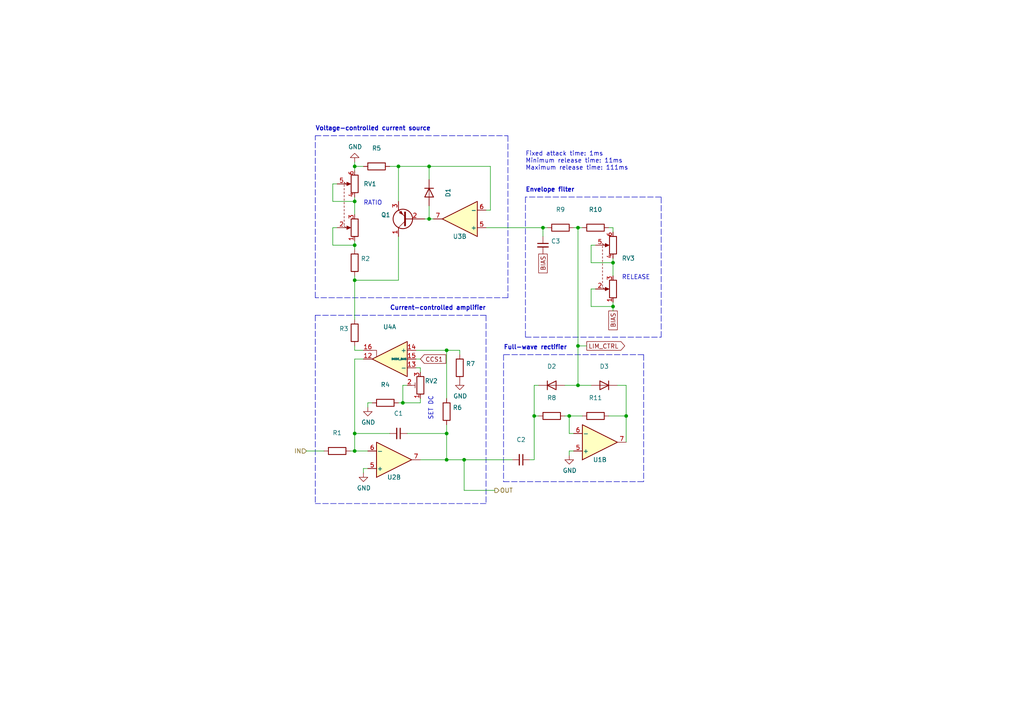
<source format=kicad_sch>
(kicad_sch (version 20211123) (generator eeschema)
  (paper "A4")
  (title_block (title "D4 Damager") (date "2021-01-08") (rev "1") (company "Copyright © 2020 Tarot Systems"))
  (lib_symbols
    (symbol "Amplifier_Operational:LM13700" (pin_names (offset 0.127))
      (property "Reference" "U" (at 3.81 5.08 0))
      (property "Value" "LM13700" (at 5.08 -5.08 0))
      (symbol "LM13700_1_1"
        (polyline (pts (xy 3.81 -0.635) (xy 3.81 -2.54) (xy 5.08 -2.54)))
        (polyline (pts (xy 5.08 0) (xy -5.08 -5.08) (xy -5.08 5.08) (xy 5.08 0)) (stroke (width 0.254)) (fill (type background)))
        (pin output line (at 7.62 0 180) (length 2.54) (name "~") (number "12"))
        (pin input line (at -7.62 2.54 0) (length 2.54) (name "-") (number "13"))
        (pin input line (at -7.62 -2.54 0) (length 2.54) (name "+") (number "14"))
        (pin input line (at -7.62 0 0) (length 2.54) (name "DIODE_BIAS") (number "15"))
        (pin input line (at 7.62 -2.54 180) (length 2.54) (name "~") (number "16"))
      )
      (symbol "LM13700_2_0"
        (polyline (pts (xy -1.905 2.54) (xy -3.175 2.54)))
      )
      (symbol "LM13700_2_1"
        (circle (center -2.54 1.905) (radius 0.254) (stroke (width 0.254)) (fill (type outline)))
        (polyline (pts (xy -3.81 -0.635) (xy -2.54 -1.27)))
        (polyline (pts (xy -3.81 1.27) (xy -3.81 -1.27)))
        (polyline (pts (xy -2.54 -1.905) (xy -1.27 -2.54)))
        (polyline (pts (xy -2.54 0) (xy -2.54 -2.54)))
        (polyline (pts (xy -3.81 0.635) (xy -2.54 1.27) (xy -2.54 1.905) (xy -2.54 2.54)))
        (polyline (pts (xy -2.54 -1.27) (xy -3.175 -0.635) (xy -3.175 -1.27) (xy -2.54 -1.27)) (fill (type outline)))
        (polyline (pts (xy -2.54 -0.635) (xy -1.27 0) (xy -1.27 1.905) (xy -2.54 1.905)))
        (polyline (pts (xy -1.27 -2.54) (xy -1.905 -1.905) (xy -1.905 -2.54) (xy -1.27 -2.54)) (fill (type outline)))
        (text "V+" (at -2.54 3.81 0) (effects (font (size 1.27 1.27))))
        (pin input line (at -7.62 0 0) (length 3.81) (name "~") (number "10"))
        (pin output line (at 2.54 -2.54 180) (length 3.81) (name "~") (number "9"))
      )
      (symbol "LM13700_3_1"
        (polyline (pts (xy 3.81 -0.635) (xy 3.81 -2.54) (xy 5.08 -2.54)))
        (polyline (pts (xy 5.08 0) (xy -5.08 -5.08) (xy -5.08 5.08) (xy 5.08 0)) (stroke (width 0.254)) (fill (type background)))
        (pin input line (at 7.62 -2.54 180) (length 2.54) (name "~") (number "1"))
        (pin input line (at -7.62 0 0) (length 2.54) (name "DIODE_BIAS") (number "2"))
        (pin input line (at -7.62 -2.54 0) (length 2.54) (name "+") (number "3"))
        (pin input line (at -7.62 2.54 0) (length 2.54) (name "-") (number "4"))
        (pin output line (at 7.62 0 180) (length 2.54) (name "~") (number "5"))
      )
      (symbol "LM13700_4_0"
        (polyline (pts (xy -3.175 2.54) (xy -1.905 2.54)))
        (text "V+" (at -2.54 3.81 0) (effects (font (size 1.27 1.27))))
      )
      (symbol "LM13700_4_1"
        (circle (center -2.54 1.905) (radius 0.254) (stroke (width 0.254)) (fill (type outline)))
        (polyline (pts (xy -3.81 -0.635) (xy -2.54 -1.27)))
        (polyline (pts (xy -3.81 1.27) (xy -3.81 -1.27)))
        (polyline (pts (xy -2.54 -1.905) (xy -1.27 -2.54)))
        (polyline (pts (xy -2.54 0) (xy -2.54 -2.54)))
        (polyline (pts (xy -3.81 0.635) (xy -2.54 1.27) (xy -2.54 2.54)))
        (polyline (pts (xy -2.54 -1.27) (xy -3.175 -0.635) (xy -3.175 -1.27) (xy -2.54 -1.27)) (fill (type outline)))
        (polyline (pts (xy -2.54 -0.635) (xy -1.27 0) (xy -1.27 1.905) (xy -2.54 1.905)))
        (polyline (pts (xy -1.27 -2.54) (xy -1.905 -1.905) (xy -1.905 -2.54) (xy -1.27 -2.54)) (fill (type outline)))
        (pin input line (at -7.62 0 0) (length 3.81) (name "~") (number "7"))
        (pin output line (at 2.54 -2.54 180) (length 3.81) (name "~") (number "8"))
      )
      (symbol "LM13700_5_1"
        (pin power_in line (at -2.54 7.62 270) (length 3.81) (name "V+") (number "11"))
        (pin power_in line (at -2.54 -7.62 90) (length 3.81) (name "V-") (number "6"))
      )
    )
    (symbol "Amplifier_Operational:TL072" (pin_names (offset 0.127))
      (property "Reference" "U" (at 0 5.08 0))
      (property "Value" "TL072" (at 0 -5.08 0))
      (symbol "TL072_1_1"
        (polyline (pts (xy -5.08 5.08) (xy 5.08 0) (xy -5.08 -5.08) (xy -5.08 5.08)) (stroke (width 0.254)) (fill (type background)))
        (pin output line (at 7.62 0 180) (length 2.54) (name "~") (number "1"))
        (pin input line (at -7.62 -2.54 0) (length 2.54) (name "-") (number "2"))
        (pin input line (at -7.62 2.54 0) (length 2.54) (name "+") (number "3"))
      )
      (symbol "TL072_2_1"
        (polyline (pts (xy -5.08 5.08) (xy 5.08 0) (xy -5.08 -5.08) (xy -5.08 5.08)) (stroke (width 0.254)) (fill (type background)))
        (pin input line (at -7.62 2.54 0) (length 2.54) (name "+") (number "5"))
        (pin input line (at -7.62 -2.54 0) (length 2.54) (name "-") (number "6"))
        (pin output line (at 7.62 0 180) (length 2.54) (name "~") (number "7"))
      )
      (symbol "TL072_3_1"
        (pin power_in line (at -2.54 -7.62 90) (length 3.81) (name "V-") (number "4"))
        (pin power_in line (at -2.54 7.62 270) (length 3.81) (name "V+") (number "8"))
      )
    )
    (symbol "Device:C_Small" (pin_numbers hide) (pin_names (offset 0.254) hide)
      (property "Reference" "C" (at 0.254 1.778 0))
      (property "Value" "C_Small" (at 0.254 -2.032 0))
      (symbol "C_Small_0_1"
        (polyline (pts (xy -1.524 -0.508) (xy 1.524 -0.508)) (stroke (width 0.3302)))
        (polyline (pts (xy -1.524 0.508) (xy 1.524 0.508)) (stroke (width 0.3048)))
      )
      (symbol "C_Small_1_1"
        (pin passive line (at 0 2.54 270) (length 2.032) (name "~") (number "1"))
        (pin passive line (at 0 -2.54 90) (length 2.032) (name "~") (number "2"))
      )
    )
    (symbol "Device:R" (pin_numbers hide) (pin_names (offset 0))
      (property "Reference" "R" (at 2.032 0 90))
      (property "Value" "R" (at 0 0 90))
      (symbol "R_0_1"
        (rectangle (start -1.016 -2.54) (end 1.016 2.54) (stroke (width 0.254)))
      )
      (symbol "R_1_1"
        (pin passive line (at 0 3.81 270) (length 1.27) (name "~") (number "1"))
        (pin passive line (at 0 -3.81 90) (length 1.27) (name "~") (number "2"))
      )
    )
    (symbol "Diode:1N4148" (pin_numbers hide) (pin_names (offset 1.016) hide)
      (property "Reference" "D" (at 0 2.54 0))
      (property "Value" "1N4148" (at 0 -2.54 0))
      (symbol "1N4148_0_1"
        (polyline (pts (xy -1.27 1.27) (xy -1.27 -1.27)) (stroke (width 0.254)))
        (polyline (pts (xy 1.27 0) (xy -1.27 0)))
        (polyline (pts (xy 1.27 1.27) (xy 1.27 -1.27) (xy -1.27 0) (xy 1.27 1.27)) (stroke (width 0.254)))
      )
      (symbol "1N4148_1_1"
        (pin passive line (at -3.81 0 0) (length 2.54) (name "K") (number "1"))
        (pin passive line (at 3.81 0 180) (length 2.54) (name "A") (number "2"))
      )
    )
    (symbol "Transistor_BJT:BC556" (pin_names (offset 0) hide)
      (property "Reference" "Q" (at 5.08 1.905 0))
      (property "Value" "BC556" (at 5.08 0 0))
      (symbol "BC556_0_1"
        (polyline (pts (xy 0.635 0.635) (xy 2.54 2.54)))
        (polyline (pts (xy 0.635 -0.635) (xy 2.54 -2.54) (xy 2.54 -2.54)))
        (polyline (pts (xy 0.635 1.905) (xy 0.635 -1.905) (xy 0.635 -1.905)) (stroke (width 0.508)))
        (polyline (pts (xy 2.286 -1.778) (xy 1.778 -2.286) (xy 1.27 -1.27) (xy 2.286 -1.778) (xy 2.286 -1.778)) (fill (type outline)))
        (circle (center 1.27 0) (radius 2.8194) (stroke (width 0.254)))
      )
      (symbol "BC556_1_1"
        (pin passive line (at 2.54 5.08 270) (length 2.54) (name "C") (number "1"))
        (pin input line (at -5.08 0 0) (length 5.715) (name "B") (number "2"))
        (pin passive line (at 2.54 -5.08 90) (length 2.54) (name "E") (number "3"))
      )
    )
    (symbol "amproc-rescue:R_POT_Dual-Device" (pin_names (offset 1.016) hide)
      (property "Reference" "RV" (at 0 3.81 0))
      (property "Value" "R_POT_Dual-Device" (at 0 1.905 0))
      (symbol "R_POT_Dual-Device_0_1"
        (rectangle (start -8.89 -1.524) (end -3.81 -3.556) (stroke (width 0.254)))
        (polyline (pts (xy -6.35 0) (xy -6.35 -1.016)))
        (polyline (pts (xy -6.35 0) (xy -6.35 -1.016)))
        (polyline (pts (xy -6.35 0) (xy -5.842 0.508)))
        (polyline (pts (xy -5.588 0.508) (xy -5.08 0.508)))
        (polyline (pts (xy -4.572 0.508) (xy -4.064 0.508)))
        (polyline (pts (xy -3.556 0.508) (xy -3.048 0.508)))
        (polyline (pts (xy -2.54 0.508) (xy -2.032 0.508)))
        (polyline (pts (xy -1.524 0.508) (xy -1.016 0.508)))
        (polyline (pts (xy -0.508 0.508) (xy 0 0.508)))
        (polyline (pts (xy 0.508 0.508) (xy 1.016 0.508)))
        (polyline (pts (xy 1.524 0.508) (xy 2.032 0.508)))
        (polyline (pts (xy 2.54 0.508) (xy 3.048 0.508)))
        (polyline (pts (xy 3.556 0.508) (xy 4.064 0.508)))
        (polyline (pts (xy 4.572 0.508) (xy 5.08 0.508)))
        (polyline (pts (xy 5.588 0.508) (xy 6.096 0.508)))
        (polyline (pts (xy 6.35 0) (xy 6.35 -1.016)))
        (polyline (pts (xy 6.35 0) (xy 6.35 -1.016)))
        (polyline (pts (xy 6.604 0.508) (xy 6.858 0.508) (xy 6.35 0)))
        (polyline (pts (xy -6.35 -1.397) (xy -6.858 -0.254) (xy -5.842 -0.254) (xy -6.35 -1.397)) (fill (type outline)))
        (polyline (pts (xy 6.35 -1.397) (xy 5.842 -0.254) (xy 6.858 -0.254) (xy 6.35 -1.397)) (fill (type outline)))
        (rectangle (start 3.81 -1.524) (end 8.89 -3.556) (stroke (width 0.254)))
      )
      (symbol "R_POT_Dual-Device_1_1"
        (pin passive line (at -10.16 -2.54 0) (length 1.27) (name "1") (number "1"))
        (pin passive line (at -6.35 2.54 270) (length 2.54) (name "2") (number "2"))
        (pin passive line (at -2.54 -2.54 180) (length 1.27) (name "3") (number "3"))
        (pin passive line (at 2.54 -2.54 0) (length 1.27) (name "4") (number "4"))
        (pin passive line (at 6.35 2.54 270) (length 2.54) (name "5") (number "5"))
        (pin passive line (at 10.16 -2.54 180) (length 1.27) (name "6") (number "6"))
      )
    )
    (symbol "amproc-rescue:R_POT_TRIM-Device" (pin_names (offset 1.016) hide)
      (property "Reference" "RV" (at -4.445 0 90))
      (property "Value" "R_POT_TRIM-Device" (at -2.54 0 90))
      (symbol "R_POT_TRIM-Device_0_1"
        (polyline (pts (xy 1.524 0.762) (xy 1.524 -0.762)))
        (polyline (pts (xy 2.54 0) (xy 1.524 0)))
        (rectangle (start 1.016 2.54) (end -1.016 -2.54) (stroke (width 0.254)))
      )
      (symbol "R_POT_TRIM-Device_1_1"
        (pin passive line (at 0 3.81 270) (length 1.27) (name "1") (number "1"))
        (pin passive line (at 3.81 0 180) (length 1.27) (name "2") (number "2"))
        (pin passive line (at 0 -3.81 90) (length 1.27) (name "3") (number "3"))
      )
    )
    (symbol "power:GND" (power) (pin_names (offset 0))
      (property "Value" "GND" (at 0 -3.81 0))
      (symbol "GND_0_1"
        (polyline (pts (xy 0 0) (xy 0 -1.27) (xy 1.27 -1.27) (xy 0 -2.54) (xy -1.27 -1.27) (xy 0 -1.27)))
      )
      (symbol "GND_1_1"
        (pin power_in line (at 0 0 270) (length 0) hide (name "GND") (number "1"))
      )
    )
  )
  (junction (at 102.87 71.12))
  (junction (at 167.64 100.33))
  (junction (at 102.87 48.26))
  (junction (at 116.84 116.84))
  (junction (at 129.54 133.35))
  (junction (at 157.48 66.04))
  (junction (at 177.8 76.2))
  (junction (at 165.1 120.65))
  (junction (at 129.54 101.6))
  (junction (at 134.62 133.35))
  (junction (at 102.87 81.28))
  (junction (at 181.61 120.65))
  (junction (at 177.8 88.9))
  (junction (at 154.94 120.65))
  (junction (at 124.46 48.26))
  (junction (at 167.64 66.04))
  (junction (at 102.87 125.73))
  (junction (at 124.46 63.5))
  (junction (at 129.54 125.73))
  (junction (at 102.87 58.42))
  (junction (at 167.64 111.76))
  (junction (at 115.57 48.26))
  (junction (at 102.87 130.81))
  (wire (pts (xy 102.87 62.23) (xy 102.87 58.42)))
  (wire (pts (xy 129.54 123.19) (xy 129.54 125.73)))
  (wire (pts (xy 167.64 66.04) (xy 166.37 66.04)))
  (wire (pts (xy 168.91 120.65) (xy 165.1 120.65)))
  (wire (pts (xy 101.6 130.81) (xy 102.87 130.81)))
  (wire (pts (xy 171.45 71.12) (xy 172.72 71.12)))
  (wire (pts (xy 167.64 100.33) (xy 167.64 111.76)))
  (wire (pts (xy 170.18 100.33) (xy 167.64 100.33)))
  (wire (pts (xy 154.94 120.65) (xy 154.94 133.35)))
  (wire (pts (xy 158.75 66.04) (xy 157.48 66.04)))
  (wire (pts (xy 154.94 120.65) (xy 156.21 120.65)))
  (wire (pts (xy 171.45 83.82) (xy 172.72 83.82)))
  (wire (pts (xy 102.87 104.14) (xy 105.41 104.14)))
  (polyline (pts (xy 91.44 91.44) (xy 91.44 146.05)))
  (wire (pts (xy 102.87 71.12) (xy 102.87 72.39)))
  (polyline (pts (xy 147.32 86.36) (xy 91.44 86.36)))
  (wire (pts (xy 115.57 68.58) (xy 115.57 81.28)))
  (polyline (pts (xy 140.97 91.44) (xy 91.44 91.44)))
  (polyline (pts (xy 186.69 102.87) (xy 186.69 139.7)))
  (wire (pts (xy 167.64 66.04) (xy 168.91 66.04)))
  (wire (pts (xy 121.92 116.84) (xy 116.84 116.84)))
  (wire (pts (xy 181.61 111.76) (xy 181.61 120.65)))
  (wire (pts (xy 102.87 48.26) (xy 102.87 49.53)))
  (polyline (pts (xy 191.77 97.79) (xy 191.77 57.15)))
  (wire (pts (xy 121.92 104.14) (xy 120.65 104.14)))
  (wire (pts (xy 102.87 46.99) (xy 102.87 48.26)))
  (wire (pts (xy 129.54 125.73) (xy 129.54 133.35)))
  (wire (pts (xy 154.94 133.35) (xy 153.67 133.35)))
  (wire (pts (xy 163.83 111.76) (xy 167.64 111.76)))
  (wire (pts (xy 157.48 66.04) (xy 140.97 66.04)))
  (wire (pts (xy 121.92 106.68) (xy 121.92 107.95)))
  (wire (pts (xy 124.46 63.5) (xy 125.73 63.5)))
  (wire (pts (xy 167.64 111.76) (xy 171.45 111.76)))
  (wire (pts (xy 118.11 125.73) (xy 129.54 125.73)))
  (wire (pts (xy 148.59 133.35) (xy 134.62 133.35)))
  (polyline (pts (xy 140.97 91.44) (xy 140.97 146.05)))
  (wire (pts (xy 177.8 66.04) (xy 176.53 66.04)))
  (wire (pts (xy 115.57 58.42) (xy 115.57 48.26)))
  (wire (pts (xy 177.8 76.2) (xy 171.45 76.2)))
  (polyline (pts (xy 91.44 39.37) (xy 147.32 39.37)))
  (wire (pts (xy 177.8 74.93) (xy 177.8 76.2)))
  (wire (pts (xy 102.87 81.28) (xy 102.87 92.71)))
  (polyline (pts (xy 191.77 57.15) (xy 152.4 57.15)))
  (polyline (pts (xy 147.32 39.37) (xy 147.32 86.36)))
  (wire (pts (xy 116.84 116.84) (xy 116.84 111.76)))
  (wire (pts (xy 121.92 115.57) (xy 121.92 116.84)))
  (wire (pts (xy 134.62 142.24) (xy 143.51 142.24)))
  (wire (pts (xy 166.37 130.81) (xy 165.1 130.81)))
  (wire (pts (xy 171.45 76.2) (xy 171.45 71.12)))
  (wire (pts (xy 134.62 133.35) (xy 134.62 142.24)))
  (wire (pts (xy 177.8 88.9) (xy 177.8 87.63)))
  (wire (pts (xy 96.52 71.12) (xy 96.52 66.04)))
  (wire (pts (xy 107.95 116.84) (xy 106.68 116.84)))
  (wire (pts (xy 124.46 48.26) (xy 142.24 48.26)))
  (polyline (pts (xy 152.4 57.15) (xy 152.4 97.79)))
  (wire (pts (xy 102.87 71.12) (xy 102.87 69.85)))
  (wire (pts (xy 96.52 58.42) (xy 96.52 53.34)))
  (wire (pts (xy 106.68 116.84) (xy 106.68 118.11)))
  (wire (pts (xy 96.52 53.34) (xy 97.79 53.34)))
  (wire (pts (xy 88.9 130.81) (xy 93.98 130.81)))
  (wire (pts (xy 102.87 58.42) (xy 96.52 58.42)))
  (wire (pts (xy 102.87 58.42) (xy 102.87 57.15)))
  (wire (pts (xy 129.54 115.57) (xy 129.54 101.6)))
  (wire (pts (xy 106.68 135.89) (xy 105.41 135.89)))
  (wire (pts (xy 96.52 66.04) (xy 97.79 66.04)))
  (wire (pts (xy 129.54 101.6) (xy 133.35 101.6)))
  (wire (pts (xy 177.8 90.17) (xy 177.8 88.9)))
  (wire (pts (xy 124.46 52.07) (xy 124.46 48.26)))
  (wire (pts (xy 156.21 111.76) (xy 154.94 111.76)))
  (wire (pts (xy 102.87 125.73) (xy 102.87 130.81)))
  (polyline (pts (xy 146.05 102.87) (xy 146.05 139.7)))
  (wire (pts (xy 129.54 101.6) (xy 120.65 101.6)))
  (wire (pts (xy 166.37 125.73) (xy 165.1 125.73)))
  (wire (pts (xy 177.8 76.2) (xy 177.8 80.01)))
  (wire (pts (xy 102.87 81.28) (xy 102.87 80.01)))
  (wire (pts (xy 102.87 101.6) (xy 102.87 100.33)))
  (wire (pts (xy 120.65 106.68) (xy 121.92 106.68)))
  (polyline (pts (xy 91.44 86.36) (xy 91.44 39.37)))
  (wire (pts (xy 142.24 60.96) (xy 142.24 48.26)))
  (wire (pts (xy 179.07 111.76) (xy 181.61 111.76)))
  (wire (pts (xy 121.92 133.35) (xy 129.54 133.35)))
  (wire (pts (xy 171.45 88.9) (xy 171.45 83.82)))
  (polyline (pts (xy 186.69 102.87) (xy 146.05 102.87)))
  (wire (pts (xy 116.84 111.76) (xy 118.11 111.76)))
  (wire (pts (xy 105.41 135.89) (xy 105.41 137.16)))
  (wire (pts (xy 123.19 63.5) (xy 124.46 63.5)))
  (wire (pts (xy 113.03 125.73) (xy 102.87 125.73)))
  (wire (pts (xy 181.61 120.65) (xy 181.61 128.27)))
  (wire (pts (xy 133.35 101.6) (xy 133.35 102.87)))
  (wire (pts (xy 140.97 60.96) (xy 142.24 60.96)))
  (wire (pts (xy 105.41 48.26) (xy 102.87 48.26)))
  (wire (pts (xy 177.8 66.04) (xy 177.8 67.31)))
  (wire (pts (xy 113.03 48.26) (xy 115.57 48.26)))
  (polyline (pts (xy 140.97 146.05) (xy 91.44 146.05)))
  (wire (pts (xy 157.48 66.04) (xy 157.48 68.58)))
  (polyline (pts (xy 152.4 97.79) (xy 191.77 97.79)))
  (wire (pts (xy 115.57 48.26) (xy 124.46 48.26)))
  (wire (pts (xy 176.53 120.65) (xy 181.61 120.65)))
  (wire (pts (xy 102.87 71.12) (xy 96.52 71.12)))
  (wire (pts (xy 124.46 59.69) (xy 124.46 63.5)))
  (wire (pts (xy 102.87 104.14) (xy 102.87 125.73)))
  (wire (pts (xy 106.68 130.81) (xy 102.87 130.81)))
  (polyline (pts (xy 146.05 139.7) (xy 186.69 139.7)))
  (wire (pts (xy 167.64 66.04) (xy 167.64 100.33)))
  (wire (pts (xy 129.54 133.35) (xy 134.62 133.35)))
  (wire (pts (xy 102.87 101.6) (xy 105.41 101.6)))
  (wire (pts (xy 165.1 120.65) (xy 165.1 125.73)))
  (wire (pts (xy 154.94 111.76) (xy 154.94 120.65)))
  (wire (pts (xy 115.57 81.28) (xy 102.87 81.28)))
  (wire (pts (xy 177.8 88.9) (xy 171.45 88.9)))
  (wire (pts (xy 165.1 130.81) (xy 165.1 132.08)))
  (wire (pts (xy 116.84 116.84) (xy 115.57 116.84)))
  (wire (pts (xy 165.1 120.65) (xy 163.83 120.65)))
  (text "RATIO" (at 105.41 59.69 0) (effects (font (size 1.27 1.27)) (justify left bottom)))
  (text "SET DC" (at 125.73 121.92 90) (effects (font (size 1.27 1.27)) (justify left bottom)))
  (text "RELEASE" (at 180.34 81.28 0) (effects (font (size 1.27 1.27)) (justify left bottom)))
  (text "Fixed attack time: 1ms\nMinimum release time: 11ms\nMaximum release time: 111ms" (at 152.4 49.53 0) (effects (font (size 1.27 1.27)) (justify left bottom)))
  (text "Full-wave rectifier" (at 146.05 101.6 0) (effects (font (size 1.27 1.27) (thickness 0.254) bold) (justify left bottom)))
  (text "Voltage-controlled current source" (at 91.44 38.1 0) (effects (font (size 1.27 1.27) (thickness 0.254) bold) (justify left bottom)))
  (text "Envelope filter" (at 152.4 55.88 0) (effects (font (size 1.27 1.27) (thickness 0.254) bold) (justify left bottom)))
  (text "Current-controlled amplifier" (at 140.97 90.17 180) (effects (font (size 1.27 1.27) (thickness 0.254) bold) (justify right bottom)))
  (global_label "LIM_CTRL" (shape output) (at 170.18 100.33 0) (property "Intersheet References" "${INTERSHEET_REFS}" (effects hide)))
  (global_label "BIAS" (shape passive) (at 177.8 90.17 270) (property "Intersheet References" "${INTERSHEET_REFS}" (effects hide)))
  (global_label "CCS1" (shape input) (at 121.92 104.14 0) (property "Intersheet References" "${INTERSHEET_REFS}" (effects hide)))
  (global_label "BIAS" (shape passive) (at 157.48 73.66 270) (property "Intersheet References" "${INTERSHEET_REFS}" (effects hide)))
  (hierarchical_label "IN" (shape input) (at 88.9 130.81 180))
  (hierarchical_label "OUT" (shape output) (at 143.51 142.24 0))
  (symbol (lib_id "Amplifier_Operational:LM13700") (at 113.03 104.14 180) (unit 1)
    (property "Reference" "U4" (at 113.03 94.8182 0))
    (property "Datasheet" "http://www.ti.com/lit/ds/symlink/lm13700.pdf" (effects hide))
  )
  (symbol (lib_id "amproc-rescue:R_POT_TRIM-Device") (at 121.92 111.76 180) (unit 1)
    (property "Reference" "RV2" (at 123.19 110.49 0) (effects (justify right)))
  )
  (symbol (lib_id "Device:R") (at 111.76 116.84 270) (unit 1)
    (property "Reference" "R4" (at 111.76 111.5822 90))
  )
  (symbol (lib_id "power:GND") (at 106.68 118.11 0) (unit 1)
    (property "Reference" "#PWR03" (effects hide))
  )
  (symbol (lib_id "Device:R") (at 133.35 106.68 0) (unit 1)
    (property "Reference" "R7" (at 135.128 105.5116 0) (effects (justify left)))
  )
  (symbol (lib_id "power:GND") (at 133.35 110.49 0) (unit 1)
    (property "Reference" "#PWR04" (effects hide))
  )
  (symbol (lib_id "Device:R") (at 129.54 119.38 0) (unit 1)
    (property "Reference" "R6" (at 131.318 118.2116 0) (effects (justify left)))
  )
  (symbol (lib_id "Amplifier_Operational:TL072") (at 114.3 133.35 0) (mirror x) (unit 2)
    (property "Reference" "U2" (at 114.3 138.43 0))
    (property "Datasheet" "http://www.ti.com/lit/ds/symlink/tl071.pdf" (effects hide))
  )
  (symbol (lib_id "power:GND") (at 105.41 137.16 0) (unit 1)
    (property "Reference" "#PWR02" (effects hide))
  )
  (symbol (lib_id "Device:C_Small") (at 115.57 125.73 270) (unit 1)
    (property "Reference" "C1" (at 115.57 119.9134 90))
  )
  (symbol (lib_id "Transistor_BJT:BC556") (at 118.11 63.5 180) (unit 1)
    (property "Reference" "Q1" (at 113.2586 62.3316 0) (effects (justify left)))
    (property "Datasheet" "http://www.fairchildsemi.com/ds/BC/BC557.pdf" (effects hide))
  )
  (symbol (lib_id "Diode:1N4148") (at 124.46 55.88 270) (unit 1)
    (property "Reference" "D1" (at 129.9464 55.88 0))
    (property "Datasheet" "https://assets.nexperia.com/documents/data-sheet/1N4148_1N4448.pdf" (effects hide))
  )
  (symbol (lib_id "power:GND") (at 102.87 46.99 0) (mirror x) (unit 1)
    (property "Reference" "#PWR01" (effects hide))
  )
  (symbol (lib_id "Amplifier_Operational:TL072") (at 133.35 63.5 180) (unit 2)
    (property "Reference" "U3" (at 133.35 68.58 0))
    (property "Datasheet" "http://www.ti.com/lit/ds/symlink/tl071.pdf" (effects hide))
  )
  (symbol (lib_id "Device:R") (at 102.87 96.52 0) (unit 1)
    (property "Reference" "R3" (at 101.092 95.3516 0) (effects (justify right)))
  )
  (symbol (lib_id "Device:C_Small") (at 157.48 71.12 0) (unit 1)
    (property "Reference" "C3" (at 159.8168 69.9516 0) (effects (justify left)))
  )
  (symbol (lib_id "Device:R") (at 162.56 66.04 270) (unit 1)
    (property "Reference" "R9" (at 162.56 60.7822 90))
  )
  (symbol (lib_id "Device:R") (at 172.72 66.04 270) (unit 1)
    (property "Reference" "R10" (at 172.72 60.7822 90))
  )
  (symbol (lib_id "Amplifier_Operational:TL072") (at 173.99 128.27 0) (mirror x) (unit 2)
    (property "Reference" "U1" (at 173.99 133.35 0))
    (property "Datasheet" "http://www.ti.com/lit/ds/symlink/tl071.pdf" (effects hide))
  )
  (symbol (lib_id "power:GND") (at 165.1 132.08 0) (unit 1)
    (property "Reference" "#PWR06" (effects hide))
  )
  (symbol (lib_id "Device:R") (at 172.72 120.65 270) (unit 1)
    (property "Reference" "R11" (at 172.72 115.3922 90))
  )
  (symbol (lib_id "Device:R") (at 160.02 120.65 270) (unit 1)
    (property "Reference" "R8" (at 160.02 115.3922 90))
  )
  (symbol (lib_id "Diode:1N4148") (at 160.02 111.76 0) (unit 1)
    (property "Reference" "D2" (at 160.02 106.2736 0))
    (property "Datasheet" "https://assets.nexperia.com/documents/data-sheet/1N4148_1N4448.pdf" (effects hide))
  )
  (symbol (lib_id "Diode:1N4148") (at 175.26 111.76 0) (mirror y) (unit 1)
    (property "Reference" "D3" (at 175.26 106.2736 0))
    (property "Datasheet" "https://assets.nexperia.com/documents/data-sheet/1N4148_1N4448.pdf" (effects hide))
  )
  (symbol (lib_id "Device:R") (at 109.22 48.26 270) (unit 1)
    (property "Reference" "R5" (at 109.22 43.0022 90))
  )
  (symbol (lib_id "Device:C_Small") (at 151.13 133.35 270) (unit 1)
    (property "Reference" "C2" (at 151.13 127.5334 90))
  )
  (symbol (lib_id "amproc-rescue:R_POT_Dual-Device") (at 100.33 59.69 90) (unit 1)
    (property "Reference" "RV1" (at 105.41 53.34 90) (effects (justify right)))
  )
  (symbol (lib_id "Device:R") (at 97.79 130.81 270) (unit 1)
    (property "Reference" "R1" (at 97.79 125.5522 90))
  )
  (symbol (lib_id "Device:R") (at 102.87 76.2 180) (unit 1)
    (property "Reference" "R2" (at 104.648 75.0316 0) (effects (justify right)))
  )
  (symbol (lib_id "amproc-rescue:R_POT_Dual-Device") (at 175.26 77.47 90) (unit 1)
    (property "Reference" "RV3" (at 180.34 74.93 90) (effects (justify right)))
  )
)
</source>
